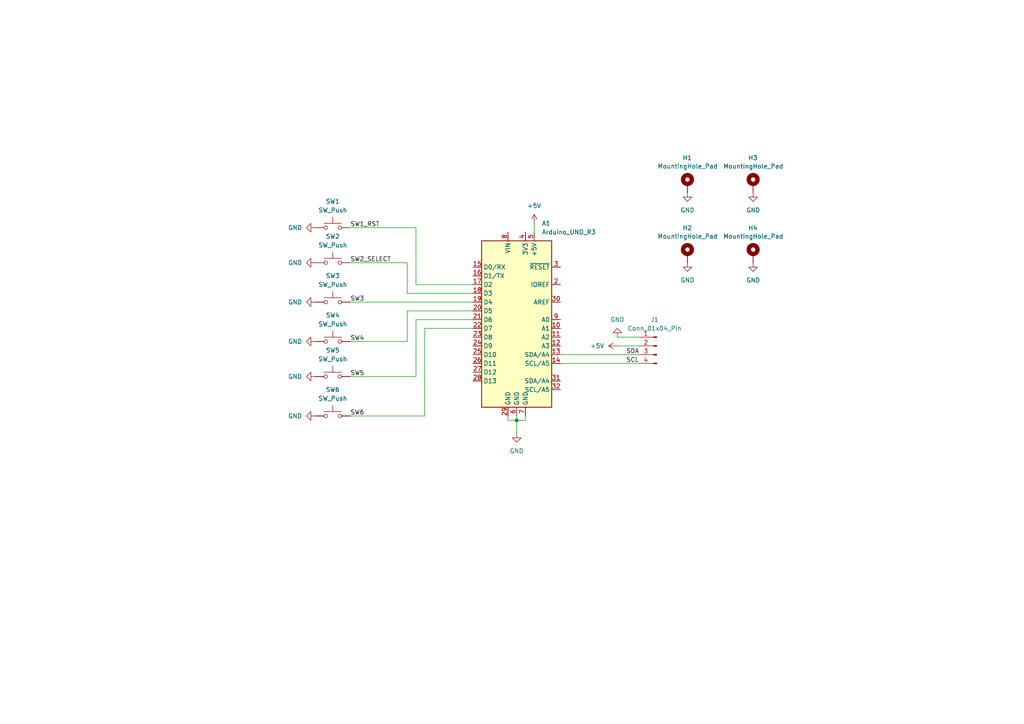
<source format=kicad_sch>
(kicad_sch (version 20230121) (generator eeschema)
  (paper "A4")
  (title_block (title "Eiklab PCB Workshop") (date "2024-02-12") (rev "1.0") (comment 1 "Project Minigame-console") (comment 2 "Designed by Christine Isaksen"))
  (lib_symbols
    (symbol "Connector:Conn_01x04_Pin" (pin_names (offset 1.016) hide)
      (property "Reference" "J" (at 0 5.08 0))
      (property "Value" "Conn_01x04_Pin" (at 0 -7.62 0))
      (symbol "Conn_01x04_Pin_1_1"
        (polyline (pts (xy 1.27 -5.08) (xy 0.8636 -5.08)) (stroke (width 0.1524)))
        (polyline (pts (xy 1.27 -2.54) (xy 0.8636 -2.54)) (stroke (width 0.1524)))
        (polyline (pts (xy 1.27 0) (xy 0.8636 0)) (stroke (width 0.1524)))
        (polyline (pts (xy 1.27 2.54) (xy 0.8636 2.54)) (stroke (width 0.1524)))
        (rectangle (start 0.8636 -4.953) (end 0 -5.207) (stroke (width 0.1524)) (fill (type outline)))
        (rectangle (start 0.8636 -2.413) (end 0 -2.667) (stroke (width 0.1524)) (fill (type outline)))
        (rectangle (start 0.8636 0.127) (end 0 -0.127) (stroke (width 0.1524)) (fill (type outline)))
        (rectangle (start 0.8636 2.667) (end 0 2.413) (stroke (width 0.1524)) (fill (type outline)))
        (pin passive line (at 5.08 2.54 180) (length 3.81) (name "Pin_1") (number "1"))
        (pin passive line (at 5.08 0 180) (length 3.81) (name "Pin_2") (number "2"))
        (pin passive line (at 5.08 -2.54 180) (length 3.81) (name "Pin_3") (number "3"))
        (pin passive line (at 5.08 -5.08 180) (length 3.81) (name "Pin_4") (number "4"))
      )
    )
    (symbol "MCU_Module:Arduino_UNO_R3"
      (property "Reference" "A" (at -10.16 23.495 0))
      (property "Value" "Arduino_UNO_R3" (at 5.08 -26.67 0))
      (symbol "Arduino_UNO_R3_0_1"
        (rectangle (start -10.16 22.86) (end 10.16 -25.4) (stroke (width 0.254)) (fill (type background)))
      )
      (symbol "Arduino_UNO_R3_1_1"
        (pin no_connect line (at -10.16 -20.32 0) (length 2.54) hide (name "NC") (number "1"))
        (pin bidirectional line (at 12.7 -2.54 180) (length 2.54) (name "A1") (number "10"))
        (pin bidirectional line (at 12.7 -5.08 180) (length 2.54) (name "A2") (number "11"))
        (pin bidirectional line (at 12.7 -7.62 180) (length 2.54) (name "A3") (number "12"))
        (pin bidirectional line (at 12.7 -10.16 180) (length 2.54) (name "SDA/A4") (number "13"))
        (pin bidirectional line (at 12.7 -12.7 180) (length 2.54) (name "SCL/A5") (number "14"))
        (pin bidirectional line (at -12.7 15.24 0) (length 2.54) (name "D0/RX") (number "15"))
        (pin bidirectional line (at -12.7 12.7 0) (length 2.54) (name "D1/TX") (number "16"))
        (pin bidirectional line (at -12.7 10.16 0) (length 2.54) (name "D2") (number "17"))
        (pin bidirectional line (at -12.7 7.62 0) (length 2.54) (name "D3") (number "18"))
        (pin bidirectional line (at -12.7 5.08 0) (length 2.54) (name "D4") (number "19"))
        (pin output line (at 12.7 10.16 180) (length 2.54) (name "IOREF") (number "2"))
        (pin bidirectional line (at -12.7 2.54 0) (length 2.54) (name "D5") (number "20"))
        (pin bidirectional line (at -12.7 0 0) (length 2.54) (name "D6") (number "21"))
        (pin bidirectional line (at -12.7 -2.54 0) (length 2.54) (name "D7") (number "22"))
        (pin bidirectional line (at -12.7 -5.08 0) (length 2.54) (name "D8") (number "23"))
        (pin bidirectional line (at -12.7 -7.62 0) (length 2.54) (name "D9") (number "24"))
        (pin bidirectional line (at -12.7 -10.16 0) (length 2.54) (name "D10") (number "25"))
        (pin bidirectional line (at -12.7 -12.7 0) (length 2.54) (name "D11") (number "26"))
        (pin bidirectional line (at -12.7 -15.24 0) (length 2.54) (name "D12") (number "27"))
        (pin bidirectional line (at -12.7 -17.78 0) (length 2.54) (name "D13") (number "28"))
        (pin power_in line (at -2.54 -27.94 90) (length 2.54) (name "GND") (number "29"))
        (pin input line (at 12.7 15.24 180) (length 2.54) (name "~{RESET}") (number "3"))
        (pin input line (at 12.7 5.08 180) (length 2.54) (name "AREF") (number "30"))
        (pin bidirectional line (at 12.7 -17.78 180) (length 2.54) (name "SDA/A4") (number "31"))
        (pin bidirectional line (at 12.7 -20.32 180) (length 2.54) (name "SCL/A5") (number "32"))
        (pin power_out line (at 2.54 25.4 270) (length 2.54) (name "3V3") (number "4"))
        (pin power_out line (at 5.08 25.4 270) (length 2.54) (name "+5V") (number "5"))
        (pin power_in line (at 0 -27.94 90) (length 2.54) (name "GND") (number "6"))
        (pin power_in line (at 2.54 -27.94 90) (length 2.54) (name "GND") (number "7"))
        (pin power_in line (at -2.54 25.4 270) (length 2.54) (name "VIN") (number "8"))
        (pin bidirectional line (at 12.7 0 180) (length 2.54) (name "A0") (number "9"))
      )
    )
    (symbol "Mechanical:MountingHole_Pad" (pin_numbers hide) (pin_names (offset 1.016) hide)
      (property "Reference" "H" (at 0 6.35 0))
      (property "Value" "MountingHole_Pad" (at 0 4.445 0))
      (symbol "MountingHole_Pad_0_1"
        (circle (center 0 1.27) (radius 1.27) (stroke (width 1.27)))
      )
      (symbol "MountingHole_Pad_1_1"
        (pin input line (at 0 -2.54 90) (length 2.54) (name "1") (number "1"))
      )
    )
    (symbol "Switch:SW_Push" (pin_numbers hide) (pin_names (offset 1.016) hide)
      (property "Reference" "SW" (at 1.27 2.54 0))
      (property "Value" "SW_Push" (at 0 -1.524 0))
      (symbol "SW_Push_0_1"
        (circle (center -2.032 0) (radius 0.508))
        (polyline (pts (xy 0 1.27) (xy 0 3.048)))
        (polyline (pts (xy 2.54 1.27) (xy -2.54 1.27)))
        (circle (center 2.032 0) (radius 0.508))
        (pin passive line (at -5.08 0 0) (length 2.54) (name "1") (number "1"))
        (pin passive line (at 5.08 0 180) (length 2.54) (name "2") (number "2"))
      )
    )
    (symbol "power:+5V" (power) (pin_names (offset 0))
      (property "Value" "+5V" (at 0 3.556 0))
      (symbol "+5V_0_1"
        (polyline (pts (xy -0.762 1.27) (xy 0 2.54)))
        (polyline (pts (xy 0 0) (xy 0 2.54)))
        (polyline (pts (xy 0 2.54) (xy 0.762 1.27)))
      )
      (symbol "+5V_1_1"
        (pin power_in line (at 0 0 90) (length 0) hide (name "+5V") (number "1"))
      )
    )
    (symbol "power:GND" (power) (pin_names (offset 0))
      (property "Value" "GND" (at 0 -3.81 0))
      (symbol "GND_0_1"
        (polyline (pts (xy 0 0) (xy 0 -1.27) (xy 1.27 -1.27) (xy 0 -2.54) (xy -1.27 -1.27) (xy 0 -1.27)))
      )
      (symbol "GND_1_1"
        (pin power_in line (at 0 0 270) (length 0) hide (name "GND") (number "1"))
      )
    )
  )
  (junction (at 149.86 121.92))
  (wire (pts (xy 152.4 121.92) (xy 149.86 121.92)))
  (wire (pts (xy 101.6 76.2) (xy 118.11 76.2)))
  (wire (pts (xy 120.65 109.22) (xy 120.65 92.71)))
  (wire (pts (xy 149.86 121.92) (xy 149.86 120.65)))
  (wire (pts (xy 118.11 99.06) (xy 118.11 90.17)))
  (wire (pts (xy 101.6 120.65) (xy 123.19 120.65)))
  (wire (pts (xy 101.6 99.06) (xy 118.11 99.06)))
  (wire (pts (xy 123.19 120.65) (xy 123.19 95.25)))
  (wire (pts (xy 120.65 82.55) (xy 137.16 82.55)))
  (wire (pts (xy 123.19 95.25) (xy 137.16 95.25)))
  (wire (pts (xy 147.32 120.65) (xy 147.32 121.92)))
  (wire (pts (xy 118.11 76.2) (xy 118.11 85.09)))
  (wire (pts (xy 101.6 87.63) (xy 137.16 87.63)))
  (wire (pts (xy 152.4 120.65) (xy 152.4 121.92)))
  (wire (pts (xy 120.65 66.04) (xy 120.65 82.55)))
  (wire (pts (xy 154.94 64.77) (xy 154.94 67.31)))
  (wire (pts (xy 120.65 92.71) (xy 137.16 92.71)))
  (wire (pts (xy 118.11 85.09) (xy 137.16 85.09)))
  (wire (pts (xy 162.56 102.87) (xy 185.42 102.87)))
  (wire (pts (xy 118.11 90.17) (xy 137.16 90.17)))
  (wire (pts (xy 149.86 125.73) (xy 149.86 121.92)))
  (wire (pts (xy 179.07 97.79) (xy 185.42 97.79)))
  (wire (pts (xy 101.6 66.04) (xy 120.65 66.04)))
  (wire (pts (xy 101.6 109.22) (xy 120.65 109.22)))
  (wire (pts (xy 162.56 105.41) (xy 185.42 105.41)))
  (wire (pts (xy 147.32 121.92) (xy 149.86 121.92)))
  (wire (pts (xy 179.07 100.33) (xy 185.42 100.33)))
  (label "SW4" (at 101.6 99.06 0))
  (label "SW6" (at 101.6 120.65 0))
  (label "SW3" (at 101.6 87.63 0))
  (label "SDA" (at 181.61 102.87 0))
  (label "SW5" (at 101.6 109.22 0))
  (label "SCL" (at 181.61 105.41 0))
  (label "SW1_RST" (at 101.6 66.04 0))
  (label "SW2_SELECT" (at 101.6 76.2 0))
  (symbol (lib_id "Switch:SW_Push") (at 96.52 109.22 0) (unit 1)
    (property "Reference" "SW5" (at 96.52 101.6 0))
    (property "Value" "SW_Push" (at 96.52 104.14 0))
    (property "Footprint" "Button_Switch_THT:SW_PUSH-12mm" (effects hide))
  )
  (symbol (lib_id "power:GND") (at 91.44 109.22 270) (unit 1)
    (property "Reference" "#PWR05" (effects hide))
    (property "Value" "GND" (at 87.63 109.22 90) (effects (justify right)))
  )
  (symbol (lib_id "power:GND") (at 218.44 76.2 0) (unit 1)
    (property "Reference" "#PWR014" (effects hide))
    (property "Value" "GND" (at 218.44 81.28 0))
  )
  (symbol (lib_id "MCU_Module:Arduino_UNO_R3") (at 149.86 92.71 0) (unit 1)
    (property "Reference" "A1" (at 157.1341 64.77 0) (effects (justify left)))
    (property "Value" "Arduino_UNO_R3" (at 157.1341 67.31 0) (effects (justify left)))
    (property "Footprint" "Module:Arduino_UNO_R3" (effects hide))
    (property "Datasheet" "https://www.arduino.cc/en/Main/arduinoBoardUno" (effects hide))
  )
  (symbol (lib_id "power:GND") (at 199.39 76.2 0) (unit 1)
    (property "Reference" "#PWR012" (effects hide))
    (property "Value" "GND" (at 199.39 81.28 0))
  )
  (symbol (lib_id "power:GND") (at 91.44 66.04 270) (unit 1)
    (property "Reference" "#PWR01" (effects hide))
    (property "Value" "GND" (at 87.63 66.04 90) (effects (justify right)))
  )
  (symbol (lib_id "power:GND") (at 199.39 55.88 0) (unit 1)
    (property "Reference" "#PWR011" (effects hide))
    (property "Value" "GND" (at 199.39 60.96 0))
  )
  (symbol (lib_id "Switch:SW_Push") (at 96.52 76.2 0) (unit 1)
    (property "Reference" "SW2" (at 96.52 68.58 0))
    (property "Value" "SW_Push" (at 96.52 71.12 0))
    (property "Footprint" "Button_Switch_THT:SW_PUSH-12mm" (effects hide))
  )
  (symbol (lib_id "power:GND") (at 149.86 125.73 0) (unit 1)
    (property "Reference" "#PWR07" (effects hide))
    (property "Value" "GND" (at 149.86 130.81 0))
  )
  (symbol (lib_id "power:GND") (at 91.44 99.06 270) (unit 1)
    (property "Reference" "#PWR04" (effects hide))
    (property "Value" "GND" (at 87.63 99.06 90) (effects (justify right)))
  )
  (symbol (lib_id "Mechanical:MountingHole_Pad") (at 199.39 53.34 0) (unit 1)
    (property "Reference" "H1" (at 197.9564 45.7889 0) (effects (justify left)))
    (property "Value" "MountingHole_Pad" (at 190.6864 48.2403 0) (effects (justify left)))
    (property "Footprint" "MountingHole:MountingHole_3mm_Pad_TopBottom" (effects hide))
  )
  (symbol (lib_id "Mechanical:MountingHole_Pad") (at 199.39 73.66 0) (unit 1)
    (property "Reference" "H2" (at 197.9564 66.1089 0) (effects (justify left)))
    (property "Value" "MountingHole_Pad" (at 190.6864 68.5603 0) (effects (justify left)))
    (property "Footprint" "MountingHole:MountingHole_3mm_Pad_TopBottom" (effects hide))
  )
  (symbol (lib_id "power:+5V") (at 154.94 64.77 0) (unit 1)
    (property "Reference" "#PWR08" (effects hide))
    (property "Value" "+5V" (at 154.94 59.69 0))
  )
  (symbol (lib_id "Switch:SW_Push") (at 96.52 99.06 0) (unit 1)
    (property "Reference" "SW4" (at 96.52 91.44 0))
    (property "Value" "SW_Push" (at 96.52 93.98 0))
    (property "Footprint" "Button_Switch_THT:SW_PUSH-12mm" (effects hide))
  )
  (symbol (lib_id "power:GND") (at 91.44 76.2 270) (unit 1)
    (property "Reference" "#PWR02" (effects hide))
    (property "Value" "GND" (at 87.63 76.2 90) (effects (justify right)))
  )
  (symbol (lib_id "Switch:SW_Push") (at 96.52 87.63 0) (unit 1)
    (property "Reference" "SW3" (at 96.52 80.01 0))
    (property "Value" "SW_Push" (at 96.52 82.55 0))
    (property "Footprint" "Button_Switch_THT:SW_PUSH-12mm" (effects hide))
  )
  (symbol (lib_id "power:GND") (at 91.44 120.65 270) (unit 1)
    (property "Reference" "#PWR06" (effects hide))
    (property "Value" "GND" (at 87.63 120.65 90) (effects (justify right)))
  )
  (symbol (lib_id "power:GND") (at 179.07 97.79 180) (unit 1)
    (property "Reference" "#PWR09" (effects hide))
    (property "Value" "GND" (at 179.07 92.71 0))
  )
  (symbol (lib_id "Mechanical:MountingHole_Pad") (at 218.44 53.34 0) (unit 1)
    (property "Reference" "H3" (at 217.0064 45.7889 0) (effects (justify left)))
    (property "Value" "MountingHole_Pad" (at 209.7364 48.2403 0) (effects (justify left)))
    (property "Footprint" "MountingHole:MountingHole_3mm_Pad_TopBottom" (effects hide))
  )
  (symbol (lib_id "Mechanical:MountingHole_Pad") (at 218.44 73.66 0) (unit 1)
    (property "Reference" "H4" (at 217.0064 66.1089 0) (effects (justify left)))
    (property "Value" "MountingHole_Pad" (at 209.7364 68.5603 0) (effects (justify left)))
    (property "Footprint" "MountingHole:MountingHole_3mm_Pad_TopBottom" (effects hide))
  )
  (symbol (lib_id "power:GND") (at 218.44 55.88 0) (unit 1)
    (property "Reference" "#PWR013" (effects hide))
    (property "Value" "GND" (at 218.44 60.96 0))
  )
  (symbol (lib_id "Connector:Conn_01x04_Pin") (at 190.5 100.33 0) (mirror y) (unit 1)
    (property "Reference" "J1" (at 189.865 92.71 0))
    (property "Value" "Conn_01x04_Pin" (at 189.865 95.25 0))
    (property "Footprint" "Connector_PinHeader_2.54mm:PinHeader_1x04_P2.54mm_Vertical" (effects hide))
  )
  (symbol (lib_id "Switch:SW_Push") (at 96.52 120.65 0) (unit 1)
    (property "Reference" "SW6" (at 96.52 113.03 0))
    (property "Value" "SW_Push" (at 96.52 115.57 0))
    (property "Footprint" "Button_Switch_THT:SW_PUSH-12mm" (effects hide))
  )
  (symbol (lib_id "power:GND") (at 91.44 87.63 270) (unit 1)
    (property "Reference" "#PWR03" (effects hide))
    (property "Value" "GND" (at 87.63 87.63 90) (effects (justify right)))
  )
  (symbol (lib_id "power:+5V") (at 179.07 100.33 90) (unit 1)
    (property "Reference" "#PWR010" (effects hide))
    (property "Value" "+5V" (at 175.26 100.33 90) (effects (justify left)))
  )
  (symbol (lib_id "Switch:SW_Push") (at 96.52 66.04 0) (unit 1)
    (property "Reference" "SW1" (at 96.52 58.42 0))
    (property "Value" "SW_Push" (at 96.52 60.96 0))
    (property "Footprint" "Button_Switch_THT:SW_PUSH-12mm" (effects hide))
  )
)
</source>
